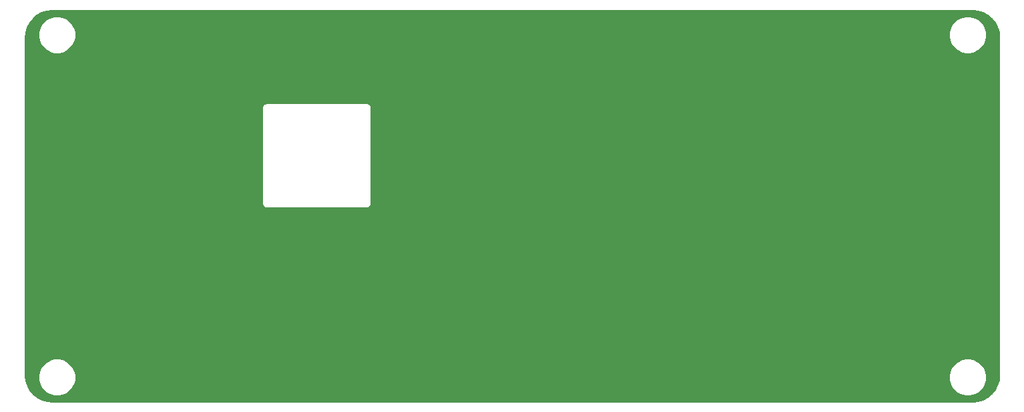
<source format=gbr>
%TF.GenerationSoftware,KiCad,Pcbnew,(5.1.9)-1*%
%TF.CreationDate,2022-01-12T09:50:31-07:00*%
%TF.ProjectId,KICAD_Front_Plate_01,4b494341-445f-4467-926f-6e745f506c61,rev?*%
%TF.SameCoordinates,Original*%
%TF.FileFunction,Copper,L2,Bot*%
%TF.FilePolarity,Positive*%
%FSLAX46Y46*%
G04 Gerber Fmt 4.6, Leading zero omitted, Abs format (unit mm)*
G04 Created by KiCad (PCBNEW (5.1.9)-1) date 2022-01-12 09:50:31*
%MOMM*%
%LPD*%
G01*
G04 APERTURE LIST*
%TA.AperFunction,NonConductor*%
%ADD10C,0.254000*%
%TD*%
%TA.AperFunction,NonConductor*%
%ADD11C,0.100000*%
%TD*%
G04 APERTURE END LIST*
D10*
X121448126Y-726714D02*
X122071572Y-914943D01*
X122646579Y-1220681D01*
X123151247Y-1632279D01*
X123566362Y-2134067D01*
X123876105Y-2706924D01*
X124068682Y-3329039D01*
X124140001Y-4007594D01*
X124140000Y-46867721D01*
X124073286Y-47548126D01*
X123885057Y-48171570D01*
X123579323Y-48746573D01*
X123167721Y-49251248D01*
X122665933Y-49666362D01*
X122093077Y-49976104D01*
X121470961Y-50168682D01*
X120792417Y-50240000D01*
X4124022Y-50240000D01*
X3433667Y-50189692D01*
X2805481Y-50017039D01*
X2222800Y-49725663D01*
X1707804Y-49326653D01*
X1280117Y-48835211D01*
X956032Y-48270063D01*
X747891Y-47652728D01*
X660000Y-46978957D01*
X660000Y-46961818D01*
X2231701Y-46961818D01*
X2231701Y-47438182D01*
X2324635Y-47905392D01*
X2506931Y-48345494D01*
X2771585Y-48741576D01*
X3108424Y-49078415D01*
X3504506Y-49343069D01*
X3944608Y-49525365D01*
X4411818Y-49618299D01*
X4888182Y-49618299D01*
X5355392Y-49525365D01*
X5795494Y-49343069D01*
X6191576Y-49078415D01*
X6528415Y-48741576D01*
X6793069Y-48345494D01*
X6975365Y-47905392D01*
X7068299Y-47438182D01*
X7068299Y-46961818D01*
X117731701Y-46961818D01*
X117731701Y-47438182D01*
X117824635Y-47905392D01*
X118006931Y-48345494D01*
X118271585Y-48741576D01*
X118608424Y-49078415D01*
X119004506Y-49343069D01*
X119444608Y-49525365D01*
X119911818Y-49618299D01*
X120388182Y-49618299D01*
X120855392Y-49525365D01*
X121295494Y-49343069D01*
X121691576Y-49078415D01*
X122028415Y-48741576D01*
X122293069Y-48345494D01*
X122475365Y-47905392D01*
X122568299Y-47438182D01*
X122568299Y-46961818D01*
X122475365Y-46494608D01*
X122293069Y-46054506D01*
X122028415Y-45658424D01*
X121691576Y-45321585D01*
X121295494Y-45056931D01*
X120855392Y-44874635D01*
X120388182Y-44781701D01*
X119911818Y-44781701D01*
X119444608Y-44874635D01*
X119004506Y-45056931D01*
X118608424Y-45321585D01*
X118271585Y-45658424D01*
X118006931Y-46054506D01*
X117824635Y-46494608D01*
X117731701Y-46961818D01*
X7068299Y-46961818D01*
X6975365Y-46494608D01*
X6793069Y-46054506D01*
X6528415Y-45658424D01*
X6191576Y-45321585D01*
X5795494Y-45056931D01*
X5355392Y-44874635D01*
X4888182Y-44781701D01*
X4411818Y-44781701D01*
X3944608Y-44874635D01*
X3504506Y-45056931D01*
X3108424Y-45321585D01*
X2771585Y-45658424D01*
X2506931Y-46054506D01*
X2324635Y-46494608D01*
X2231701Y-46961818D01*
X660000Y-46961818D01*
X660000Y-12985000D01*
X30621807Y-12985000D01*
X30625000Y-13017419D01*
X30625001Y-25052571D01*
X30621807Y-25085000D01*
X30634550Y-25214383D01*
X30672290Y-25338793D01*
X30733575Y-25453450D01*
X30816052Y-25553948D01*
X30916550Y-25636425D01*
X31031207Y-25697710D01*
X31155617Y-25735450D01*
X31252581Y-25745000D01*
X31285000Y-25748193D01*
X31317419Y-25745000D01*
X43852581Y-25745000D01*
X43885000Y-25748193D01*
X43917419Y-25745000D01*
X44014383Y-25735450D01*
X44138793Y-25697710D01*
X44253450Y-25636425D01*
X44353948Y-25553948D01*
X44436425Y-25453450D01*
X44497710Y-25338793D01*
X44535450Y-25214383D01*
X44548193Y-25085000D01*
X44545000Y-25052581D01*
X44545000Y-13017419D01*
X44548193Y-12985000D01*
X44535450Y-12855617D01*
X44497710Y-12731207D01*
X44436425Y-12616550D01*
X44353948Y-12516052D01*
X44253450Y-12433575D01*
X44138793Y-12372290D01*
X44014383Y-12334550D01*
X43917419Y-12325000D01*
X43885000Y-12321807D01*
X43852581Y-12325000D01*
X31317419Y-12325000D01*
X31285000Y-12321807D01*
X31252581Y-12325000D01*
X31155617Y-12334550D01*
X31031207Y-12372290D01*
X30916550Y-12433575D01*
X30816052Y-12516052D01*
X30733575Y-12616550D01*
X30672290Y-12731207D01*
X30634550Y-12855617D01*
X30621807Y-12985000D01*
X660000Y-12985000D01*
X660000Y-4032278D01*
X715933Y-3461818D01*
X2231701Y-3461818D01*
X2231701Y-3938182D01*
X2324635Y-4405392D01*
X2506931Y-4845494D01*
X2771585Y-5241576D01*
X3108424Y-5578415D01*
X3504506Y-5843069D01*
X3944608Y-6025365D01*
X4411818Y-6118299D01*
X4888182Y-6118299D01*
X5355392Y-6025365D01*
X5795494Y-5843069D01*
X6191576Y-5578415D01*
X6528415Y-5241576D01*
X6793069Y-4845494D01*
X6975365Y-4405392D01*
X7068299Y-3938182D01*
X7068299Y-3461818D01*
X117731701Y-3461818D01*
X117731701Y-3938182D01*
X117824635Y-4405392D01*
X118006931Y-4845494D01*
X118271585Y-5241576D01*
X118608424Y-5578415D01*
X119004506Y-5843069D01*
X119444608Y-6025365D01*
X119911818Y-6118299D01*
X120388182Y-6118299D01*
X120855392Y-6025365D01*
X121295494Y-5843069D01*
X121691576Y-5578415D01*
X122028415Y-5241576D01*
X122293069Y-4845494D01*
X122475365Y-4405392D01*
X122568299Y-3938182D01*
X122568299Y-3461818D01*
X122475365Y-2994608D01*
X122293069Y-2554506D01*
X122028415Y-2158424D01*
X121691576Y-1821585D01*
X121295494Y-1556931D01*
X120855392Y-1374635D01*
X120388182Y-1281701D01*
X119911818Y-1281701D01*
X119444608Y-1374635D01*
X119004506Y-1556931D01*
X118608424Y-1821585D01*
X118271585Y-2158424D01*
X118006931Y-2554506D01*
X117824635Y-2994608D01*
X117731701Y-3461818D01*
X7068299Y-3461818D01*
X6975365Y-2994608D01*
X6793069Y-2554506D01*
X6528415Y-2158424D01*
X6191576Y-1821585D01*
X5795494Y-1556931D01*
X5355392Y-1374635D01*
X4888182Y-1281701D01*
X4411818Y-1281701D01*
X3944608Y-1374635D01*
X3504506Y-1556931D01*
X3108424Y-1821585D01*
X2771585Y-2158424D01*
X2506931Y-2554506D01*
X2324635Y-2994608D01*
X2231701Y-3461818D01*
X715933Y-3461818D01*
X726714Y-3351874D01*
X914943Y-2728428D01*
X1220681Y-2153421D01*
X1632279Y-1648753D01*
X2134067Y-1233638D01*
X2706924Y-923895D01*
X3329039Y-731318D01*
X4007584Y-660000D01*
X120767722Y-660000D01*
X121448126Y-726714D01*
%TA.AperFunction,NonConductor*%
D11*
G36*
X121448126Y-726714D02*
G01*
X122071572Y-914943D01*
X122646579Y-1220681D01*
X123151247Y-1632279D01*
X123566362Y-2134067D01*
X123876105Y-2706924D01*
X124068682Y-3329039D01*
X124140001Y-4007594D01*
X124140000Y-46867721D01*
X124073286Y-47548126D01*
X123885057Y-48171570D01*
X123579323Y-48746573D01*
X123167721Y-49251248D01*
X122665933Y-49666362D01*
X122093077Y-49976104D01*
X121470961Y-50168682D01*
X120792417Y-50240000D01*
X4124022Y-50240000D01*
X3433667Y-50189692D01*
X2805481Y-50017039D01*
X2222800Y-49725663D01*
X1707804Y-49326653D01*
X1280117Y-48835211D01*
X956032Y-48270063D01*
X747891Y-47652728D01*
X660000Y-46978957D01*
X660000Y-46961818D01*
X2231701Y-46961818D01*
X2231701Y-47438182D01*
X2324635Y-47905392D01*
X2506931Y-48345494D01*
X2771585Y-48741576D01*
X3108424Y-49078415D01*
X3504506Y-49343069D01*
X3944608Y-49525365D01*
X4411818Y-49618299D01*
X4888182Y-49618299D01*
X5355392Y-49525365D01*
X5795494Y-49343069D01*
X6191576Y-49078415D01*
X6528415Y-48741576D01*
X6793069Y-48345494D01*
X6975365Y-47905392D01*
X7068299Y-47438182D01*
X7068299Y-46961818D01*
X117731701Y-46961818D01*
X117731701Y-47438182D01*
X117824635Y-47905392D01*
X118006931Y-48345494D01*
X118271585Y-48741576D01*
X118608424Y-49078415D01*
X119004506Y-49343069D01*
X119444608Y-49525365D01*
X119911818Y-49618299D01*
X120388182Y-49618299D01*
X120855392Y-49525365D01*
X121295494Y-49343069D01*
X121691576Y-49078415D01*
X122028415Y-48741576D01*
X122293069Y-48345494D01*
X122475365Y-47905392D01*
X122568299Y-47438182D01*
X122568299Y-46961818D01*
X122475365Y-46494608D01*
X122293069Y-46054506D01*
X122028415Y-45658424D01*
X121691576Y-45321585D01*
X121295494Y-45056931D01*
X120855392Y-44874635D01*
X120388182Y-44781701D01*
X119911818Y-44781701D01*
X119444608Y-44874635D01*
X119004506Y-45056931D01*
X118608424Y-45321585D01*
X118271585Y-45658424D01*
X118006931Y-46054506D01*
X117824635Y-46494608D01*
X117731701Y-46961818D01*
X7068299Y-46961818D01*
X6975365Y-46494608D01*
X6793069Y-46054506D01*
X6528415Y-45658424D01*
X6191576Y-45321585D01*
X5795494Y-45056931D01*
X5355392Y-44874635D01*
X4888182Y-44781701D01*
X4411818Y-44781701D01*
X3944608Y-44874635D01*
X3504506Y-45056931D01*
X3108424Y-45321585D01*
X2771585Y-45658424D01*
X2506931Y-46054506D01*
X2324635Y-46494608D01*
X2231701Y-46961818D01*
X660000Y-46961818D01*
X660000Y-12985000D01*
X30621807Y-12985000D01*
X30625000Y-13017419D01*
X30625001Y-25052571D01*
X30621807Y-25085000D01*
X30634550Y-25214383D01*
X30672290Y-25338793D01*
X30733575Y-25453450D01*
X30816052Y-25553948D01*
X30916550Y-25636425D01*
X31031207Y-25697710D01*
X31155617Y-25735450D01*
X31252581Y-25745000D01*
X31285000Y-25748193D01*
X31317419Y-25745000D01*
X43852581Y-25745000D01*
X43885000Y-25748193D01*
X43917419Y-25745000D01*
X44014383Y-25735450D01*
X44138793Y-25697710D01*
X44253450Y-25636425D01*
X44353948Y-25553948D01*
X44436425Y-25453450D01*
X44497710Y-25338793D01*
X44535450Y-25214383D01*
X44548193Y-25085000D01*
X44545000Y-25052581D01*
X44545000Y-13017419D01*
X44548193Y-12985000D01*
X44535450Y-12855617D01*
X44497710Y-12731207D01*
X44436425Y-12616550D01*
X44353948Y-12516052D01*
X44253450Y-12433575D01*
X44138793Y-12372290D01*
X44014383Y-12334550D01*
X43917419Y-12325000D01*
X43885000Y-12321807D01*
X43852581Y-12325000D01*
X31317419Y-12325000D01*
X31285000Y-12321807D01*
X31252581Y-12325000D01*
X31155617Y-12334550D01*
X31031207Y-12372290D01*
X30916550Y-12433575D01*
X30816052Y-12516052D01*
X30733575Y-12616550D01*
X30672290Y-12731207D01*
X30634550Y-12855617D01*
X30621807Y-12985000D01*
X660000Y-12985000D01*
X660000Y-4032278D01*
X715933Y-3461818D01*
X2231701Y-3461818D01*
X2231701Y-3938182D01*
X2324635Y-4405392D01*
X2506931Y-4845494D01*
X2771585Y-5241576D01*
X3108424Y-5578415D01*
X3504506Y-5843069D01*
X3944608Y-6025365D01*
X4411818Y-6118299D01*
X4888182Y-6118299D01*
X5355392Y-6025365D01*
X5795494Y-5843069D01*
X6191576Y-5578415D01*
X6528415Y-5241576D01*
X6793069Y-4845494D01*
X6975365Y-4405392D01*
X7068299Y-3938182D01*
X7068299Y-3461818D01*
X117731701Y-3461818D01*
X117731701Y-3938182D01*
X117824635Y-4405392D01*
X118006931Y-4845494D01*
X118271585Y-5241576D01*
X118608424Y-5578415D01*
X119004506Y-5843069D01*
X119444608Y-6025365D01*
X119911818Y-6118299D01*
X120388182Y-6118299D01*
X120855392Y-6025365D01*
X121295494Y-5843069D01*
X121691576Y-5578415D01*
X122028415Y-5241576D01*
X122293069Y-4845494D01*
X122475365Y-4405392D01*
X122568299Y-3938182D01*
X122568299Y-3461818D01*
X122475365Y-2994608D01*
X122293069Y-2554506D01*
X122028415Y-2158424D01*
X121691576Y-1821585D01*
X121295494Y-1556931D01*
X120855392Y-1374635D01*
X120388182Y-1281701D01*
X119911818Y-1281701D01*
X119444608Y-1374635D01*
X119004506Y-1556931D01*
X118608424Y-1821585D01*
X118271585Y-2158424D01*
X118006931Y-2554506D01*
X117824635Y-2994608D01*
X117731701Y-3461818D01*
X7068299Y-3461818D01*
X6975365Y-2994608D01*
X6793069Y-2554506D01*
X6528415Y-2158424D01*
X6191576Y-1821585D01*
X5795494Y-1556931D01*
X5355392Y-1374635D01*
X4888182Y-1281701D01*
X4411818Y-1281701D01*
X3944608Y-1374635D01*
X3504506Y-1556931D01*
X3108424Y-1821585D01*
X2771585Y-2158424D01*
X2506931Y-2554506D01*
X2324635Y-2994608D01*
X2231701Y-3461818D01*
X715933Y-3461818D01*
X726714Y-3351874D01*
X914943Y-2728428D01*
X1220681Y-2153421D01*
X1632279Y-1648753D01*
X2134067Y-1233638D01*
X2706924Y-923895D01*
X3329039Y-731318D01*
X4007584Y-660000D01*
X120767722Y-660000D01*
X121448126Y-726714D01*
G37*
%TD.AperFunction*%
M02*

</source>
